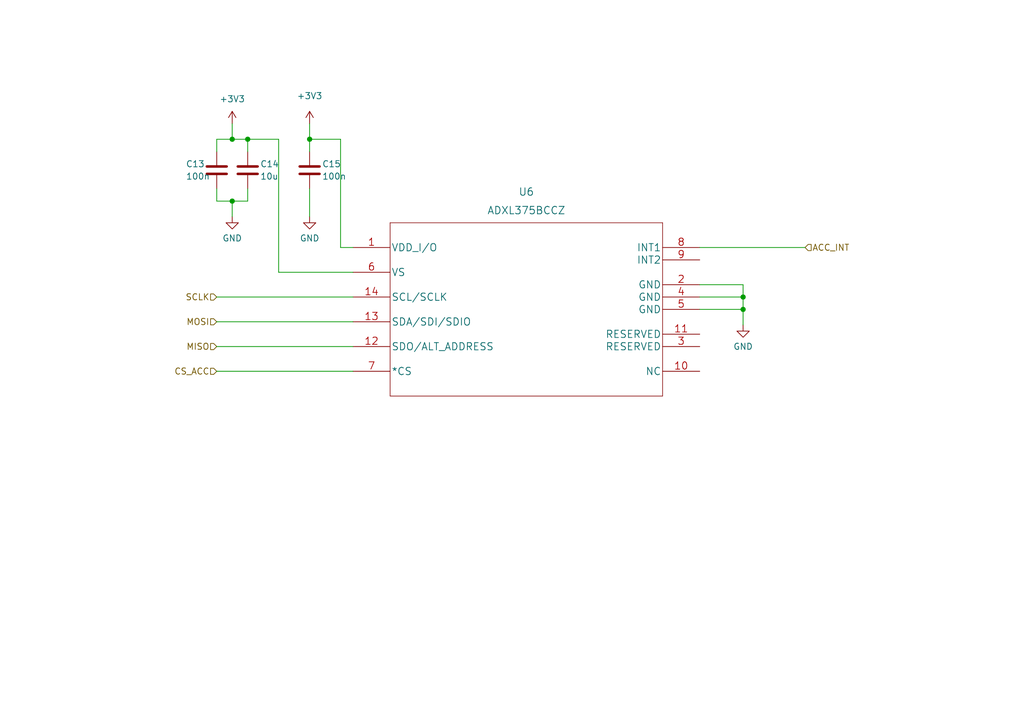
<source format=kicad_sch>
(kicad_sch (version 20211123) (generator eeschema)
  (paper "A5")
  (title_block (title "PAL 9000") (date "3/5/2022") (rev "2") (company "Purdue Space Program High Altitude"))
  (lib_symbols
    (symbol "ADXL375BCCZ:ADXL375BCCZ" (pin_names (offset 0.254))
      (property "Reference" "U" (at 35.56 10.16 0))
      (property "Value" "ADXL375BCCZ" (at 35.56 7.62 0))
      (symbol "ADXL375BCCZ_1_1"
        (polyline (pts (xy 7.62 -30.48) (xy 63.5 -30.48)) (stroke (width 0.127)))
        (polyline (pts (xy 7.62 5.08) (xy 7.62 -30.48)) (stroke (width 0.127)))
        (polyline (pts (xy 63.5 -30.48) (xy 63.5 5.08)) (stroke (width 0.127)))
        (polyline (pts (xy 63.5 5.08) (xy 7.62 5.08)) (stroke (width 0.127)))
        (pin unspecified line (at 0 0 0) (length 7.62) (name "VDD_I/O") (number "1"))
        (pin unspecified line (at 71.12 -25.4 180) (length 7.62) (name "NC") (number "10"))
        (pin unspecified line (at 71.12 -17.78 180) (length 7.62) (name "RESERVED") (number "11"))
        (pin unspecified line (at 0 -20.32 0) (length 7.62) (name "SDO/ALT_ADDRESS") (number "12"))
        (pin unspecified line (at 0 -15.24 0) (length 7.62) (name "SDA/SDI/SDIO") (number "13"))
        (pin unspecified line (at 0 -10.16 0) (length 7.62) (name "SCL/SCLK") (number "14"))
        (pin unspecified line (at 71.12 -7.62 180) (length 7.62) (name "GND") (number "2"))
        (pin unspecified line (at 71.12 -20.32 180) (length 7.62) (name "RESERVED") (number "3"))
        (pin unspecified line (at 71.12 -10.16 180) (length 7.62) (name "GND") (number "4"))
        (pin unspecified line (at 71.12 -12.7 180) (length 7.62) (name "GND") (number "5"))
        (pin unspecified line (at 0 -5.08 0) (length 7.62) (name "VS") (number "6"))
        (pin unspecified line (at 0 -25.4 0) (length 7.62) (name "*CS") (number "7"))
        (pin unspecified line (at 71.12 0 180) (length 7.62) (name "INT1") (number "8"))
        (pin unspecified line (at 71.12 -2.54 180) (length 7.62) (name "INT2") (number "9"))
      )
    )
    (symbol "Device:C" (pin_numbers hide) (pin_names (offset 0.254))
      (property "Reference" "C" (at 0.635 2.54 0))
      (property "Value" "C" (at 0.635 -2.54 0))
      (symbol "C_0_1"
        (polyline (pts (xy -2.032 -0.762) (xy 2.032 -0.762)) (stroke (width 0.508)))
        (polyline (pts (xy -2.032 0.762) (xy 2.032 0.762)) (stroke (width 0.508)))
      )
      (symbol "C_1_1"
        (pin passive line (at 0 3.81 270) (length 2.794) (name "~") (number "1"))
        (pin passive line (at 0 -3.81 90) (length 2.794) (name "~") (number "2"))
      )
    )
    (symbol "power:+3V3" (power) (pin_names (offset 0))
      (property "Value" "+3V3" (at 0 3.556 0))
      (symbol "+3V3_0_1"
        (polyline (pts (xy -0.762 1.27) (xy 0 2.54)))
        (polyline (pts (xy 0 0) (xy 0 2.54)))
        (polyline (pts (xy 0 2.54) (xy 0.762 1.27)))
      )
      (symbol "+3V3_1_1"
        (pin power_in line (at 0 0 90) (length 0) hide (name "+3V3") (number "1"))
      )
    )
    (symbol "power:GND" (power) (pin_names (offset 0))
      (property "Value" "GND" (at 0 -3.81 0))
      (symbol "GND_0_1"
        (polyline (pts (xy 0 0) (xy 0 -1.27) (xy 1.27 -1.27) (xy 0 -2.54) (xy -1.27 -1.27) (xy 0 -1.27)))
      )
      (symbol "GND_1_1"
        (pin power_in line (at 0 0 270) (length 0) hide (name "GND") (number "1"))
      )
    )
  )
  (junction (at 50.8 28.575))
  (junction (at 47.625 28.575))
  (junction (at 63.5 28.575))
  (junction (at 47.625 41.275))
  (junction (at 152.4 60.96))
  (junction (at 152.4 63.5))
  (wire (pts (xy 69.85 28.575) (xy 69.85 50.8)))
  (wire (pts (xy 72.39 50.8) (xy 69.85 50.8)))
  (wire (pts (xy 143.51 60.96) (xy 152.4 60.96)))
  (wire (pts (xy 143.51 50.8) (xy 165.1 50.8)))
  (wire (pts (xy 44.45 71.12) (xy 72.39 71.12)))
  (wire (pts (xy 44.45 76.2) (xy 72.39 76.2)))
  (wire (pts (xy 47.625 41.275) (xy 47.625 44.45)))
  (wire (pts (xy 63.5 38.735) (xy 63.5 44.45)))
  (wire (pts (xy 152.4 58.42) (xy 143.51 58.42)))
  (wire (pts (xy 152.4 58.42) (xy 152.4 60.96)))
  (wire (pts (xy 152.4 60.96) (xy 152.4 63.5)))
  (wire (pts (xy 152.4 63.5) (xy 152.4 66.675)))
  (wire (pts (xy 63.5 25.4) (xy 63.5 28.575)))
  (wire (pts (xy 63.5 28.575) (xy 63.5 31.115)))
  (wire (pts (xy 69.85 28.575) (xy 63.5 28.575)))
  (wire (pts (xy 44.45 38.735) (xy 44.45 41.275)))
  (wire (pts (xy 47.625 41.275) (xy 44.45 41.275)))
  (wire (pts (xy 50.8 38.735) (xy 50.8 41.275)))
  (wire (pts (xy 50.8 41.275) (xy 47.625 41.275)))
  (wire (pts (xy 44.45 66.04) (xy 72.39 66.04)))
  (wire (pts (xy 57.15 55.88) (xy 57.15 28.575)))
  (wire (pts (xy 72.39 55.88) (xy 57.15 55.88)))
  (wire (pts (xy 44.45 28.575) (xy 44.45 31.115)))
  (wire (pts (xy 47.625 28.575) (xy 44.45 28.575)))
  (wire (pts (xy 47.625 28.575) (xy 50.8 28.575)))
  (wire (pts (xy 50.8 28.575) (xy 57.15 28.575)))
  (wire (pts (xy 50.8 31.115) (xy 50.8 28.575)))
  (wire (pts (xy 44.45 60.96) (xy 72.39 60.96)))
  (wire (pts (xy 47.625 25.4) (xy 47.625 28.575)))
  (wire (pts (xy 143.51 63.5) (xy 152.4 63.5)))
  (hierarchical_label "MOSI" (shape input) (at 44.45 66.04 180))
  (hierarchical_label "CS_ACC" (shape input) (at 44.45 76.2 180))
  (hierarchical_label "SCLK" (shape input) (at 44.45 60.96 180))
  (hierarchical_label "ACC_INT" (shape input) (at 165.1 50.8 0))
  (hierarchical_label "MISO" (shape input) (at 44.45 71.12 180))
  (symbol (lib_id "ADXL375BCCZ:ADXL375BCCZ") (at 72.39 50.8 0) (unit 1)
    (property "Reference" "U6" (at 107.95 39.37 0) (effects (font (size 1.524 1.524))))
    (property "Value" "ADXL375BCCZ" (at 107.95 43.18 0) (effects (font (size 1.524 1.524))))
    (property "Footprint" "Package_LGA:LGA-14_3x5mm_P0.8mm_LayoutBorder1x6y" (effects hide))
  )
  (symbol (lib_id "Device:C") (at 63.5 34.925 0) (unit 1)
    (property "Reference" "C15" (at 66.04 33.6549 0) (effects (justify left)))
    (property "Value" "100n" (at 66.04 36.1949 0) (effects (justify left)))
    (property "Footprint" "Capacitor_SMD:C_0603_1608Metric" (effects hide))
  )
  (symbol (lib_id "power:+3V3") (at 63.5 25.4 0) (unit 1)
    (property "Reference" "#PWR039" (effects hide))
    (property "Value" "+3V3" (at 63.5 19.685 0))
  )
  (symbol (lib_id "power:GND") (at 152.4 66.675 0) (unit 1)
    (property "Reference" "#PWR041" (effects hide))
    (property "Value" "GND" (at 152.4 71.12 0))
  )
  (symbol (lib_id "Device:C") (at 44.45 34.925 0) (unit 1)
    (property "Reference" "C13" (at 38.1 33.6549 0) (effects (justify left)))
    (property "Value" "100n" (at 38.1 36.1949 0) (effects (justify left)))
    (property "Footprint" "Capacitor_SMD:C_0603_1608Metric" (effects hide))
  )
  (symbol (lib_id "power:GND") (at 63.5 44.45 0) (unit 1)
    (property "Reference" "#PWR040" (effects hide))
    (property "Value" "GND" (at 63.5 48.895 0))
  )
  (symbol (lib_id "power:+3V3") (at 47.625 25.4 0) (unit 1)
    (property "Reference" "#PWR037" (effects hide))
    (property "Value" "+3V3" (at 47.625 20.32 0))
  )
  (symbol (lib_id "Device:C") (at 50.8 34.925 0) (unit 1)
    (property "Reference" "C14" (at 53.34 33.6549 0) (effects (justify left)))
    (property "Value" "10u" (at 53.34 36.1949 0) (effects (justify left)))
    (property "Footprint" "Capacitor_SMD:C_0603_1608Metric" (effects hide))
  )
  (symbol (lib_id "power:GND") (at 47.625 44.45 0) (unit 1)
    (property "Reference" "#PWR038" (effects hide))
    (property "Value" "GND" (at 47.625 48.895 0))
  )
)
</source>
